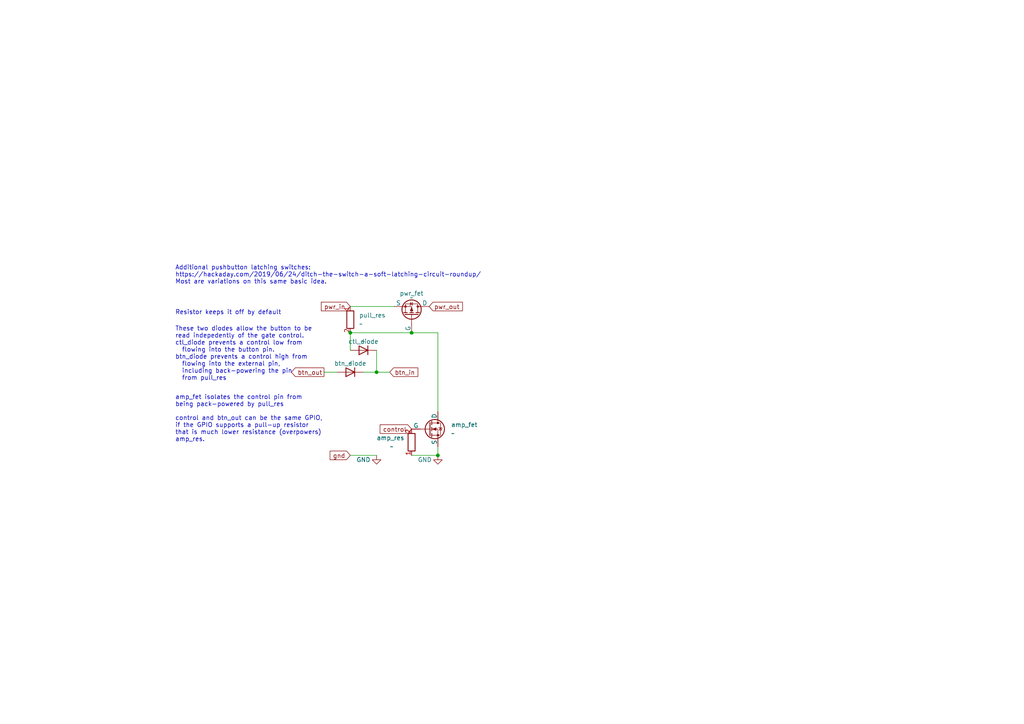
<source format=kicad_sch>
(kicad_sch (version 20230121) (generator eeschema)
  (paper "A4")
  (lib_symbols
    (symbol "D_1" (pin_numbers hide) (pin_names (offset 1.016) hide)
      (property "Reference" "D" (at 0 2.54 0))
      (property "Value" "D_1" (at 0 -2.54 0))
      (symbol "D_1_0_1"
        (polyline (pts (xy -1.27 1.27) (xy -1.27 -1.27)) (stroke (width 0.254)))
        (polyline (pts (xy 1.27 0) (xy -1.27 0)))
        (polyline (pts (xy 1.27 1.27) (xy 1.27 -1.27) (xy -1.27 0) (xy 1.27 1.27)) (stroke (width 0.254)))
      )
      (symbol "D_1_1_1"
        (pin passive line (at -3.81 0 0) (length 2.54) (name "K") (number "1"))
        (pin passive line (at 3.81 0 180) (length 2.54) (name "A") (number "2"))
      )
    )
    (symbol "Device:D" (pin_numbers hide) (pin_names (offset 1.016) hide)
      (property "Reference" "D" (at 0 2.54 0))
      (property "Value" "D" (at 0 -2.54 0))
      (symbol "D_0_1"
        (polyline (pts (xy -1.27 1.27) (xy -1.27 -1.27)) (stroke (width 0.254)))
        (polyline (pts (xy 1.27 0) (xy -1.27 0)))
        (polyline (pts (xy 1.27 1.27) (xy 1.27 -1.27) (xy -1.27 0) (xy 1.27 1.27)) (stroke (width 0.254)))
      )
      (symbol "D_1_1"
        (pin passive line (at -3.81 0 0) (length 2.54) (name "K") (number "1"))
        (pin passive line (at 3.81 0 180) (length 2.54) (name "A") (number "2"))
      )
    )
    (symbol "Device:Q_NMOS_DGS" (pin_numbers hide) (pin_names (offset 0))
      (property "Reference" "Q" (at 5.08 1.27 0))
      (property "Value" "Q_NMOS_DGS" (at 5.08 -1.27 0))
      (symbol "Q_NMOS_DGS_0_1"
        (polyline (pts (xy 0.254 0) (xy -2.54 0)))
        (polyline (pts (xy 0.254 1.905) (xy 0.254 -1.905)) (stroke (width 0.254)))
        (polyline (pts (xy 0.762 -1.27) (xy 0.762 -2.286)) (stroke (width 0.254)))
        (polyline (pts (xy 0.762 0.508) (xy 0.762 -0.508)) (stroke (width 0.254)))
        (polyline (pts (xy 0.762 2.286) (xy 0.762 1.27)) (stroke (width 0.254)))
        (polyline (pts (xy 2.54 2.54) (xy 2.54 1.778)))
        (polyline (pts (xy 2.54 -2.54) (xy 2.54 0) (xy 0.762 0)))
        (polyline (pts (xy 0.762 -1.778) (xy 3.302 -1.778) (xy 3.302 1.778) (xy 0.762 1.778)))
        (polyline (pts (xy 1.016 0) (xy 2.032 0.381) (xy 2.032 -0.381) (xy 1.016 0)) (fill (type outline)))
        (polyline (pts (xy 2.794 0.508) (xy 2.921 0.381) (xy 3.683 0.381) (xy 3.81 0.254)))
        (polyline (pts (xy 3.302 0.381) (xy 2.921 -0.254) (xy 3.683 -0.254) (xy 3.302 0.381)))
        (circle (center 1.651 0) (radius 2.794) (stroke (width 0.254)))
        (circle (center 2.54 -1.778) (radius 0.254) (fill (type outline)))
        (circle (center 2.54 1.778) (radius 0.254) (fill (type outline)))
      )
      (symbol "Q_NMOS_DGS_1_1"
        (pin passive line (at 2.54 5.08 270) (length 2.54) (name "D") (number "1"))
        (pin input line (at -5.08 0 0) (length 2.54) (name "G") (number "2"))
        (pin passive line (at 2.54 -5.08 90) (length 2.54) (name "S") (number "3"))
      )
    )
    (symbol "Device:Q_PMOS_DGS" (pin_numbers hide) (pin_names (offset 0))
      (property "Reference" "Q" (at 5.08 1.27 0))
      (property "Value" "Q_PMOS_DGS" (at 5.08 -1.27 0))
      (symbol "Q_PMOS_DGS_0_1"
        (polyline (pts (xy 0.254 0) (xy -2.54 0)))
        (polyline (pts (xy 0.254 1.905) (xy 0.254 -1.905)) (stroke (width 0.254)))
        (polyline (pts (xy 0.762 -1.27) (xy 0.762 -2.286)) (stroke (width 0.254)))
        (polyline (pts (xy 0.762 0.508) (xy 0.762 -0.508)) (stroke (width 0.254)))
        (polyline (pts (xy 0.762 2.286) (xy 0.762 1.27)) (stroke (width 0.254)))
        (polyline (pts (xy 2.54 2.54) (xy 2.54 1.778)))
        (polyline (pts (xy 2.54 -2.54) (xy 2.54 0) (xy 0.762 0)))
        (polyline (pts (xy 0.762 1.778) (xy 3.302 1.778) (xy 3.302 -1.778) (xy 0.762 -1.778)))
        (polyline (pts (xy 2.286 0) (xy 1.27 0.381) (xy 1.27 -0.381) (xy 2.286 0)) (fill (type outline)))
        (polyline (pts (xy 2.794 -0.508) (xy 2.921 -0.381) (xy 3.683 -0.381) (xy 3.81 -0.254)))
        (polyline (pts (xy 3.302 -0.381) (xy 2.921 0.254) (xy 3.683 0.254) (xy 3.302 -0.381)))
        (circle (center 1.651 0) (radius 2.794) (stroke (width 0.254)))
        (circle (center 2.54 -1.778) (radius 0.254) (fill (type outline)))
        (circle (center 2.54 1.778) (radius 0.254) (fill (type outline)))
      )
      (symbol "Q_PMOS_DGS_1_1"
        (pin passive line (at 2.54 5.08 270) (length 2.54) (name "D") (number "1"))
        (pin input line (at -5.08 0 0) (length 2.54) (name "G") (number "2"))
        (pin passive line (at 2.54 -5.08 90) (length 2.54) (name "S") (number "3"))
      )
    )
    (symbol "Device:R" (pin_names (offset 0) hide)
      (property "Reference" "R" (at 2.032 0 90))
      (property "Value" "R" (at 0 0 90))
      (symbol "R_0_1"
        (rectangle (start -1.016 -2.54) (end 1.016 2.54) (stroke (width 0.254)))
      )
      (symbol "R_1_1"
        (pin passive line (at 0 3.81 270) (length 1.27) (name "~") (number "1"))
        (pin passive line (at 0 -3.81 90) (length 1.27) (name "~") (number "2"))
      )
    )
    (symbol "R_1" (pin_names (offset 0) hide)
      (property "Reference" "R" (at 2.032 0 90))
      (property "Value" "R_1" (at 0 0 90))
      (symbol "R_1_0_1"
        (rectangle (start -1.016 -2.54) (end 1.016 2.54) (stroke (width 0.254)))
      )
      (symbol "R_1_1_1"
        (pin passive line (at 0 3.81 270) (length 1.27) (name "~") (number "1"))
        (pin passive line (at 0 -3.81 90) (length 1.27) (name "~") (number "2"))
      )
    )
    (symbol "power:GND" (power) (pin_names (offset 0))
      (property "Value" "GND" (at 0 -3.81 0))
      (symbol "GND_0_1"
        (polyline (pts (xy 0 0) (xy 0 -1.27) (xy 1.27 -1.27) (xy 0 -2.54) (xy -1.27 -1.27) (xy 0 -1.27)))
      )
      (symbol "GND_1_1"
        (pin power_in line (at 0 0 270) (length 0) hide (name "GND") (number "1"))
      )
    )
  )
  (junction (at 127 132.08))
  (junction (at 101.6 96.52))
  (junction (at 119.38 96.52))
  (junction (at 109.22 107.95))
  (wire (pts (xy 127 132.08) (xy 127 129.54)))
  (wire (pts (xy 109.22 107.95) (xy 113.03 107.95)))
  (wire (pts (xy 105.41 107.95) (xy 109.22 107.95)))
  (wire (pts (xy 101.6 96.52) (xy 101.6 101.6)))
  (wire (pts (xy 101.6 88.9) (xy 114.3 88.9)))
  (wire (pts (xy 109.22 101.6) (xy 109.22 107.95)))
  (wire (pts (xy 119.38 96.52) (xy 127 96.52)))
  (wire (pts (xy 119.38 132.08) (xy 127 132.08)))
  (wire (pts (xy 127 96.52) (xy 127 119.38)))
  (wire (pts (xy 101.6 132.08) (xy 109.22 132.08)))
  (wire (pts (xy 93.98 107.95) (xy 97.79 107.95)))
  (wire (pts (xy 101.6 96.52) (xy 119.38 96.52)))
  (text "Resistor keeps it off by default" (at 50.8 91.44 0) (effects (font (size 1.27 1.27)) (justify left bottom)))
  (text "Additional pushbutton latching switches:\nhttps://hackaday.com/2019/06/24/ditch-the-switch-a-soft-latching-circuit-roundup/\nMost are variations on this same basic idea." (at 50.8 82.55 0) (effects (font (size 1.27 1.27)) (justify left bottom)))
  (text "amp_fet isolates the control pin from\nbeing pack-powered by pull_res" (at 50.8 118.11 0) (effects (font (size 1.27 1.27)) (justify left bottom)))
  (text "These two diodes allow the button to be\nread indepedently of the gate control.\nctl_diode prevents a control low from\n  flowing into the button pin.\nbtn_diode prevents a control high from\n  flowing into the external pin,\n  including back-powering the pin\n  from pull_res" (at 50.8 110.49 0) (effects (font (size 1.27 1.27)) (justify left bottom)))
  (text "control and btn_out can be the same GPIO,\nif the GPIO supports a pull-up resistor\nthat is much lower resistance (overpowers)\namp_res." (at 50.8 128.27 0) (effects (font (size 1.27 1.27)) (justify left bottom)))
  (global_label "gnd" (shape input) (at 101.6 132.08 180) (property "Intersheetrefs" "${INTERSHEET_REFS}" (effects hide)))
  (global_label "control" (shape input) (at 119.38 124.46 180) (property "Intersheetrefs" "${INTERSHEET_REFS}" (effects hide)))
  (global_label "btn_out" (shape output) (at 93.98 107.95 180) (property "Intersheetrefs" "${INTERSHEET_REFS}" (effects hide)))
  (global_label "btn_in" (shape input) (at 113.03 107.95 0) (property "Intersheetrefs" "${INTERSHEET_REFS}" (effects hide)))
  (global_label "pwr_in" (shape input) (at 101.6 88.9 180) (property "Intersheetrefs" "${INTERSHEET_REFS}" (effects hide)))
  (global_label "pwr_out" (shape input) (at 124.46 88.9 0) (property "Intersheetrefs" "${INTERSHEET_REFS}" (effects hide)))
  (symbol (lib_id "Device:Q_PMOS_DGS") (at 119.38 91.44 270) (mirror x) (unit 1)
    (property "Reference" "pwr_fet" (at 119.38 85.09 90))
    (property "Value" "~" (at 119.38 86.36 90))
  )
  (symbol (lib_name "R_1") (lib_id "Device:R") (at 119.38 128.27 180) (unit 1)
    (property "Reference" "amp_res" (at 109.22 127 0) (effects (justify right)))
    (property "Value" "~" (at 113.03 129.54 0) (effects (justify right)))
  )
  (symbol (lib_id "Device:Q_NMOS_DGS") (at 124.46 124.46 0) (unit 1)
    (property "Reference" "amp_fet" (at 130.81 123.1899 0) (effects (justify left)))
    (property "Value" "~" (at 130.81 125.7299 0) (effects (justify left)))
  )
  (symbol (lib_id "power:GND") (at 109.22 132.08 0) (unit 1)
    (property "Reference" "#PWR?" (effects hide))
    (property "Value" "GND" (at 105.41 133.35 0))
  )
  (symbol (lib_id "Device:R") (at 101.6 92.71 0) (unit 1)
    (property "Reference" "pull_res" (at 104.14 91.4399 0) (effects (justify left)))
    (property "Value" "~" (at 104.14 93.9799 0) (effects (justify left)))
  )
  (symbol (lib_name "D_1") (lib_id "Device:D") (at 101.6 107.95 180) (unit 1)
    (property "Reference" "btn_diode" (at 101.6 105.41 0))
    (property "Value" "~" (at 101.6 105.41 0))
  )
  (symbol (lib_id "power:GND") (at 127 132.08 0) (unit 1)
    (property "Reference" "#PWR?" (effects hide))
    (property "Value" "GND" (at 123.19 133.35 0))
  )
  (symbol (lib_id "Device:D") (at 105.41 101.6 180) (unit 1)
    (property "Reference" "ctl_diode" (at 105.41 99.06 0))
    (property "Value" "~" (at 105.41 99.06 0))
  )
)
</source>
